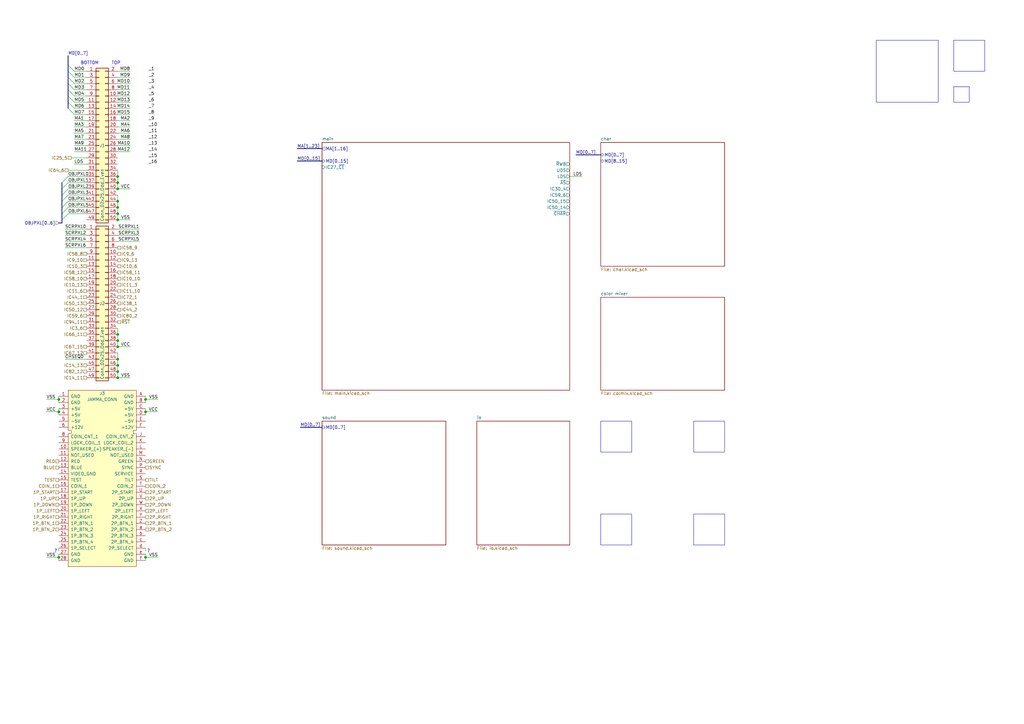
<source format=kicad_sch>
(kicad_sch (version 20231120) (generator "eeschema") (generator_version "8.0")
  (paper "A3")
  (lib_symbols
    (symbol "Connector_Generic:Conn_02x25_Odd_Even" (pin_names (offset 1.016) hide)
      (property "Reference" "J" (at 1.27 33.02 0))
      (property "Value" "Conn_02x25_Odd_Even" (at 1.27 -33.02 0))
      (symbol "Conn_02x25_Odd_Even_1_1"
        (rectangle (start -1.27 -30.353) (end 0 -30.607) (stroke (width 0.1524)))
        (rectangle (start -1.27 -27.813) (end 0 -28.067) (stroke (width 0.1524)))
        (rectangle (start -1.27 -25.273) (end 0 -25.527) (stroke (width 0.1524)))
        (rectangle (start -1.27 -22.733) (end 0 -22.987) (stroke (width 0.1524)))
        (rectangle (start -1.27 -20.193) (end 0 -20.447) (stroke (width 0.1524)))
        (rectangle (start -1.27 -17.653) (end 0 -17.907) (stroke (width 0.1524)))
        (rectangle (start -1.27 -15.113) (end 0 -15.367) (stroke (width 0.1524)))
        (rectangle (start -1.27 -12.573) (end 0 -12.827) (stroke (width 0.1524)))
        (rectangle (start -1.27 -10.033) (end 0 -10.287) (stroke (width 0.1524)))
        (rectangle (start -1.27 -7.493) (end 0 -7.747) (stroke (width 0.1524)))
        (rectangle (start -1.27 -4.953) (end 0 -5.207) (stroke (width 0.1524)))
        (rectangle (start -1.27 -2.413) (end 0 -2.667) (stroke (width 0.1524)))
        (rectangle (start -1.27 0.127) (end 0 -0.127) (stroke (width 0.1524)))
        (rectangle (start -1.27 2.667) (end 0 2.413) (stroke (width 0.1524)))
        (rectangle (start -1.27 5.207) (end 0 4.953) (stroke (width 0.1524)))
        (rectangle (start -1.27 7.747) (end 0 7.493) (stroke (width 0.1524)))
        (rectangle (start -1.27 10.287) (end 0 10.033) (stroke (width 0.1524)))
        (rectangle (start -1.27 12.827) (end 0 12.573) (stroke (width 0.1524)))
        (rectangle (start -1.27 15.367) (end 0 15.113) (stroke (width 0.1524)))
        (rectangle (start -1.27 17.907) (end 0 17.653) (stroke (width 0.1524)))
        (rectangle (start -1.27 20.447) (end 0 20.193) (stroke (width 0.1524)))
        (rectangle (start -1.27 22.987) (end 0 22.733) (stroke (width 0.1524)))
        (rectangle (start -1.27 25.527) (end 0 25.273) (stroke (width 0.1524)))
        (rectangle (start -1.27 28.067) (end 0 27.813) (stroke (width 0.1524)))
        (rectangle (start -1.27 30.607) (end 0 30.353) (stroke (width 0.1524)))
        (rectangle (start -1.27 31.75) (end 3.81 -31.75) (stroke (width 0.254)) (fill (type background)))
        (rectangle (start 3.81 -30.353) (end 2.54 -30.607) (stroke (width 0.1524)))
        (rectangle (start 3.81 -27.813) (end 2.54 -28.067) (stroke (width 0.1524)))
        (rectangle (start 3.81 -25.273) (end 2.54 -25.527) (stroke (width 0.1524)))
        (rectangle (start 3.81 -22.733) (end 2.54 -22.987) (stroke (width 0.1524)))
        (rectangle (start 3.81 -20.193) (end 2.54 -20.447) (stroke (width 0.1524)))
        (rectangle (start 3.81 -17.653) (end 2.54 -17.907) (stroke (width 0.1524)))
        (rectangle (start 3.81 -15.113) (end 2.54 -15.367) (stroke (width 0.1524)))
        (rectangle (start 3.81 -12.573) (end 2.54 -12.827) (stroke (width 0.1524)))
        (rectangle (start 3.81 -10.033) (end 2.54 -10.287) (stroke (width 0.1524)))
        (rectangle (start 3.81 -7.493) (end 2.54 -7.747) (stroke (width 0.1524)))
        (rectangle (start 3.81 -4.953) (end 2.54 -5.207) (stroke (width 0.1524)))
        (rectangle (start 3.81 -2.413) (end 2.54 -2.667) (stroke (width 0.1524)))
        (rectangle (start 3.81 0.127) (end 2.54 -0.127) (stroke (width 0.1524)))
        (rectangle (start 3.81 2.667) (end 2.54 2.413) (stroke (width 0.1524)))
        (rectangle (start 3.81 5.207) (end 2.54 4.953) (stroke (width 0.1524)))
        (rectangle (start 3.81 7.747) (end 2.54 7.493) (stroke (width 0.1524)))
        (rectangle (start 3.81 10.287) (end 2.54 10.033) (stroke (width 0.1524)))
        (rectangle (start 3.81 12.827) (end 2.54 12.573) (stroke (width 0.1524)))
        (rectangle (start 3.81 15.367) (end 2.54 15.113) (stroke (width 0.1524)))
        (rectangle (start 3.81 17.907) (end 2.54 17.653) (stroke (width 0.1524)))
        (rectangle (start 3.81 20.447) (end 2.54 20.193) (stroke (width 0.1524)))
        (rectangle (start 3.81 22.987) (end 2.54 22.733) (stroke (width 0.1524)))
        (rectangle (start 3.81 25.527) (end 2.54 25.273) (stroke (width 0.1524)))
        (rectangle (start 3.81 28.067) (end 2.54 27.813) (stroke (width 0.1524)))
        (rectangle (start 3.81 30.607) (end 2.54 30.353) (stroke (width 0.1524)))
        (pin passive line (at -5.08 30.48 0) (length 3.81) (name "Pin_1") (number "1"))
        (pin passive line (at 7.62 20.32 180) (length 3.81) (name "Pin_10") (number "10"))
        (pin passive line (at -5.08 17.78 0) (length 3.81) (name "Pin_11") (number "11"))
        (pin passive line (at 7.62 17.78 180) (length 3.81) (name "Pin_12") (number "12"))
        (pin passive line (at -5.08 15.24 0) (length 3.81) (name "Pin_13") (number "13"))
        (pin passive line (at 7.62 15.24 180) (length 3.81) (name "Pin_14") (number "14"))
        (pin passive line (at -5.08 12.7 0) (length 3.81) (name "Pin_15") (number "15"))
        (pin passive line (at 7.62 12.7 180) (length 3.81) (name "Pin_16") (number "16"))
        (pin passive line (at -5.08 10.16 0) (length 3.81) (name "Pin_17") (number "17"))
        (pin passive line (at 7.62 10.16 180) (length 3.81) (name "Pin_18") (number "18"))
        (pin passive line (at -5.08 7.62 0) (length 3.81) (name "Pin_19") (number "19"))
        (pin passive line (at 7.62 30.48 180) (length 3.81) (name "Pin_2") (number "2"))
        (pin passive line (at 7.62 7.62 180) (length 3.81) (name "Pin_20") (number "20"))
        (pin passive line (at -5.08 5.08 0) (length 3.81) (name "Pin_21") (number "21"))
        (pin passive line (at 7.62 5.08 180) (length 3.81) (name "Pin_22") (number "22"))
        (pin passive line (at -5.08 2.54 0) (length 3.81) (name "Pin_23") (number "23"))
        (pin passive line (at 7.62 2.54 180) (length 3.81) (name "Pin_24") (number "24"))
        (pin passive line (at -5.08 0 0) (length 3.81) (name "Pin_25") (number "25"))
        (pin passive line (at 7.62 0 180) (length 3.81) (name "Pin_26") (number "26"))
        (pin passive line (at -5.08 -2.54 0) (length 3.81) (name "Pin_27") (number "27"))
        (pin passive line (at 7.62 -2.54 180) (length 3.81) (name "Pin_28") (number "28"))
        (pin passive line (at -5.08 -5.08 0) (length 3.81) (name "Pin_29") (number "29"))
        (pin passive line (at -5.08 27.94 0) (length 3.81) (name "Pin_3") (number "3"))
        (pin passive line (at 7.62 -5.08 180) (length 3.81) (name "Pin_30") (number "30"))
        (pin passive line (at -5.08 -7.62 0) (length 3.81) (name "Pin_31") (number "31"))
        (pin passive line (at 7.62 -7.62 180) (length 3.81) (name "Pin_32") (number "32"))
        (pin passive line (at -5.08 -10.16 0) (length 3.81) (name "Pin_33") (number "33"))
        (pin passive line (at 7.62 -10.16 180) (length 3.81) (name "Pin_34") (number "34"))
        (pin passive line (at -5.08 -12.7 0) (length 3.81) (name "Pin_35") (number "35"))
        (pin passive line (at 7.62 -12.7 180) (length 3.81) (name "Pin_36") (number "36"))
        (pin passive line (at -5.08 -15.24 0) (length 3.81) (name "Pin_37") (number "37"))
        (pin passive line (at 7.62 -15.24 180) (length 3.81) (name "Pin_38") (number "38"))
        (pin passive line (at -5.08 -17.78 0) (length 3.81) (name "Pin_39") (number "39"))
        (pin passive line (at 7.62 27.94 180) (length 3.81) (name "Pin_4") (number "4"))
        (pin passive line (at 7.62 -17.78 180) (length 3.81) (name "Pin_40") (number "40"))
        (pin passive line (at -5.08 -20.32 0) (length 3.81) (name "Pin_41") (number "41"))
        (pin passive line (at 7.62 -20.32 180) (length 3.81) (name "Pin_42") (number "42"))
        (pin passive line (at -5.08 -22.86 0) (length 3.81) (name "Pin_43") (number "43"))
        (pin passive line (at 7.62 -22.86 180) (length 3.81) (name "Pin_44") (number "44"))
        (pin passive line (at -5.08 -25.4 0) (length 3.81) (name "Pin_45") (number "45"))
        (pin passive line (at 7.62 -25.4 180) (length 3.81) (name "Pin_46") (number "46"))
        (pin passive line (at -5.08 -27.94 0) (length 3.81) (name "Pin_47") (number "47"))
        (pin passive line (at 7.62 -27.94 180) (length 3.81) (name "Pin_48") (number "48"))
        (pin passive line (at -5.08 -30.48 0) (length 3.81) (name "Pin_49") (number "49"))
        (pin passive line (at -5.08 25.4 0) (length 3.81) (name "Pin_5") (number "5"))
        (pin passive line (at 7.62 -30.48 180) (length 3.81) (name "Pin_50") (number "50"))
        (pin passive line (at 7.62 25.4 180) (length 3.81) (name "Pin_6") (number "6"))
        (pin passive line (at -5.08 22.86 0) (length 3.81) (name "Pin_7") (number "7"))
        (pin passive line (at 7.62 22.86 180) (length 3.81) (name "Pin_8") (number "8"))
        (pin passive line (at -5.08 20.32 0) (length 3.81) (name "Pin_9") (number "9"))
      )
    )
    (symbol "arcade:JAMMA_CONN" (pin_names (offset 1.016))
      (property "Value" "JAMMA_CONN" (at 13.97 1.27 0))
      (symbol "JAMMA_CONN_0_1"
        (polyline (pts (xy 0 0) (xy 0 -16.51) (xy 1.27 -16.51) (xy 1.27 -17.78) (xy 0 -17.78) (xy 0 -72.39) (xy 27.94 -72.39) (xy 27.94 -17.78) (xy 26.67 -17.78) (xy 26.67 -16.51) (xy 27.94 -16.51) (xy 27.94 0) (xy 0 0)) (fill (type background)))
      )
      (symbol "JAMMA_CONN_1_1"
        (pin passive line (at -3.81 -2.54 0) (length 3.81) (name "GND") (number "1"))
        (pin input line (at -3.81 -24.13 0) (length 3.81) (name "SPEAKER_(+)") (number "10"))
        (pin unspecified line (at -3.81 -26.67 0) (length 3.81) (name "NOT_USED") (number "11"))
        (pin input line (at -3.81 -29.21 0) (length 3.81) (name "RED") (number "12"))
        (pin input line (at -3.81 -31.75 0) (length 3.81) (name "BLUE") (number "13"))
        (pin passive line (at -3.81 -34.29 0) (length 3.81) (name "VIDEO_GND") (number "14"))
        (pin input line (at -3.81 -36.83 0) (length 3.81) (name "TEST") (number "15"))
        (pin input line (at -3.81 -39.37 0) (length 3.81) (name "COIN_1") (number "16"))
        (pin input line (at -3.81 -41.91 0) (length 3.81) (name "1P_START") (number "17"))
        (pin input line (at -3.81 -44.45 0) (length 3.81) (name "1P_UP") (number "18"))
        (pin input line (at -3.81 -46.99 0) (length 3.81) (name "1P_DOWN") (number "19"))
        (pin passive line (at -3.81 -5.08 0) (length 3.81) (name "GND") (number "2"))
        (pin input line (at -3.81 -49.53 0) (length 3.81) (name "1P_LEFT") (number "20"))
        (pin input line (at -3.81 -52.07 0) (length 3.81) (name "1P_RIGHT") (number "21"))
        (pin input line (at -3.81 -54.61 0) (length 3.81) (name "1P_BTN_1") (number "22"))
        (pin input line (at -3.81 -57.15 0) (length 3.81) (name "1P_BTN_2") (number "23"))
        (pin input line (at -3.81 -59.69 0) (length 3.81) (name "1P_BTN_3") (number "24"))
        (pin input line (at -3.81 -62.23 0) (length 3.81) (name "1P_BTN_4") (number "25"))
        (pin input line (at -3.81 -64.77 0) (length 3.81) (name "1P_SELECT") (number "26"))
        (pin passive line (at -3.81 -67.31 0) (length 3.81) (name "GND") (number "27"))
        (pin passive line (at -3.81 -69.85 0) (length 3.81) (name "GND") (number "28"))
        (pin passive line (at -3.81 -7.62 0) (length 3.81) (name "+5V") (number "3"))
        (pin passive line (at -3.81 -10.16 0) (length 3.81) (name "+5V") (number "4"))
        (pin passive line (at -3.81 -12.7 0) (length 3.81) (name "-5V") (number "5"))
        (pin passive line (at -3.81 -15.24 0) (length 3.81) (name "+12V") (number "6"))
        (pin passive line (at -3.81 -19.05 0) (length 3.81) (name "COIN_CNT_1") (number "8"))
        (pin input line (at -3.81 -21.59 0) (length 3.81) (name "LOCK_COIL_1") (number "9"))
        (pin passive line (at 31.75 -2.54 180) (length 3.81) (name "GND") (number "A"))
        (pin passive line (at 31.75 -5.08 180) (length 3.81) (name "GND") (number "B"))
        (pin passive line (at 31.75 -7.62 180) (length 3.81) (name "+5V") (number "C"))
        (pin passive line (at 31.75 -10.16 180) (length 3.81) (name "+5V") (number "D"))
        (pin passive line (at 31.75 -12.7 180) (length 3.81) (name "-5V") (number "E"))
        (pin passive line (at 31.75 -15.24 180) (length 3.81) (name "+12V") (number "F"))
        (pin passive line (at 31.75 -19.05 180) (length 3.81) (name "COIN_CNT_2") (number "J"))
        (pin input line (at 31.75 -21.59 180) (length 3.81) (name "LOCK_COIL_2") (number "K"))
        (pin input line (at 31.75 -24.13 180) (length 3.81) (name "SPEAKER_(-)") (number "L"))
        (pin unspecified line (at 31.75 -26.67 180) (length 3.81) (name "NOT_USED") (number "M"))
        (pin input line (at 31.75 -29.21 180) (length 3.81) (name "GREEN") (number "N"))
        (pin input line (at 31.75 -31.75 180) (length 3.81) (name "SYNC") (number "P"))
        (pin input line (at 31.75 -34.29 180) (length 3.81) (name "SERVICE") (number "R"))
        (pin input line (at 31.75 -36.83 180) (length 3.81) (name "TILT") (number "S"))
        (pin input line (at 31.75 -39.37 180) (length 3.81) (name "COIN_2") (number "T"))
        (pin input line (at 31.75 -41.91 180) (length 3.81) (name "2P_START") (number "U"))
        (pin input line (at 31.75 -44.45 180) (length 3.81) (name "2P_UP") (number "V"))
        (pin input line (at 31.75 -46.99 180) (length 3.81) (name "2P_DOWN") (number "W"))
        (pin input line (at 31.75 -49.53 180) (length 3.81) (name "2P_LEFT") (number "X"))
        (pin input line (at 31.75 -52.07 180) (length 3.81) (name "2P_RIGHT") (number "Y"))
        (pin input line (at 31.75 -54.61 180) (length 3.81) (name "2P_BTN_1") (number "Z"))
        (pin input line (at 31.75 -57.15 180) (length 3.81) (name "2P_BTN_2") (number "a"))
        (pin input line (at 31.75 -59.69 180) (length 3.81) (name "2P_BTN_3") (number "b"))
        (pin input line (at 31.75 -62.23 180) (length 3.81) (name "2P_BTN_4") (number "c"))
        (pin input line (at 31.75 -64.77 180) (length 3.81) (name "2P_SELECT") (number "d"))
        (pin passive line (at 31.75 -67.31 180) (length 3.81) (name "GND") (number "e"))
        (pin passive line (at 31.75 -69.85 180) (length 3.81) (name "GND") (number "f"))
      )
    )
  )
  (junction (at 48.26 142.24))
  (junction (at 48.26 85.09))
  (junction (at 59.69 168.91))
  (junction (at 48.26 82.55))
  (junction (at 48.26 74.93))
  (junction (at 48.26 137.16))
  (junction (at 48.26 72.39))
  (junction (at 24.13 168.91))
  (junction (at 48.26 139.7))
  (junction (at 24.13 163.83))
  (junction (at 48.26 147.32))
  (junction (at 48.26 90.17))
  (junction (at 24.13 228.6))
  (junction (at 48.26 149.86))
  (junction (at 48.26 152.4))
  (junction (at 48.26 77.47))
  (junction (at 48.26 87.63))
  (junction (at 59.69 163.83))
  (junction (at 48.26 154.94))
  (junction (at 59.69 228.6))
  (bus_entry (at 27.94 29.21) (size 2.54 2.54))
  (bus_entry (at 27.94 72.39) (size -2.54 2.54))
  (bus_entry (at 27.94 74.93) (size -2.54 2.54))
  (bus_entry (at 27.94 34.29) (size 2.54 2.54))
  (bus_entry (at 27.94 39.37) (size 2.54 2.54))
  (bus_entry (at 27.94 31.75) (size 2.54 2.54))
  (bus_entry (at 27.94 41.91) (size 2.54 2.54))
  (bus_entry (at 27.94 80.01) (size -2.54 2.54))
  (bus_entry (at 27.94 82.55) (size -2.54 2.54))
  (bus_entry (at 27.94 44.45) (size 2.54 2.54))
  (bus_entry (at 27.94 26.67) (size 2.54 2.54))
  (bus_entry (at 27.94 77.47) (size -2.54 2.54))
  (bus_entry (at 27.94 36.83) (size 2.54 2.54))
  (bus_entry (at 27.94 87.63) (size -2.54 2.54))
  (bus_entry (at 27.94 85.09) (size -2.54 2.54))
  (wire (pts (xy 30.48 57.15) (xy 35.56 57.15)))
  (bus (pts (xy 121.92 66.04) (xy 132.08 66.04)))
  (wire (pts (xy 57.15 93.98) (xy 48.26 93.98)))
  (wire (pts (xy 48.26 62.23) (xy 53.34 62.23)))
  (wire (pts (xy 48.26 41.91) (xy 53.34 41.91)))
  (wire (pts (xy 48.26 149.86) (xy 48.26 152.4)))
  (wire (pts (xy 48.26 69.85) (xy 48.26 72.39)))
  (wire (pts (xy 48.26 147.32) (xy 48.26 149.86)))
  (wire (pts (xy 48.26 77.47) (xy 48.26 74.93)))
  (wire (pts (xy 26.67 96.52) (xy 35.56 96.52)))
  (wire (pts (xy 24.13 228.6) (xy 19.05 228.6)))
  (wire (pts (xy 48.26 87.63) (xy 48.26 85.09)))
  (bus (pts (xy 27.94 26.67) (xy 27.94 29.21)))
  (wire (pts (xy 48.26 49.53) (xy 53.34 49.53)))
  (wire (pts (xy 30.48 59.69) (xy 35.56 59.69)))
  (bus (pts (xy 27.94 22.86) (xy 27.94 26.67)))
  (bus (pts (xy 25.4 82.55) (xy 25.4 85.09)))
  (wire (pts (xy 59.69 228.6) (xy 64.77 228.6)))
  (wire (pts (xy 59.69 228.6) (xy 59.69 227.33)))
  (wire (pts (xy 24.13 227.33) (xy 24.13 228.6)))
  (wire (pts (xy 48.26 142.24) (xy 53.34 142.24)))
  (wire (pts (xy 48.26 31.75) (xy 53.34 31.75)))
  (wire (pts (xy 48.26 82.55) (xy 48.26 85.09)))
  (wire (pts (xy 48.26 152.4) (xy 48.26 154.94)))
  (wire (pts (xy 24.13 162.56) (xy 24.13 163.83)))
  (wire (pts (xy 59.69 167.64) (xy 59.69 168.91)))
  (wire (pts (xy 24.13 163.83) (xy 19.05 163.83)))
  (wire (pts (xy 48.26 54.61) (xy 53.34 54.61)))
  (wire (pts (xy 35.56 41.91) (xy 30.48 41.91)))
  (wire (pts (xy 35.56 44.45) (xy 30.48 44.45)))
  (wire (pts (xy 35.56 29.21) (xy 30.48 29.21)))
  (bus (pts (xy 25.4 74.93) (xy 25.4 77.47)))
  (wire (pts (xy 48.26 139.7) (xy 48.26 142.24)))
  (wire (pts (xy 48.26 77.47) (xy 53.34 77.47)))
  (wire (pts (xy 24.13 168.91) (xy 24.13 170.18)))
  (wire (pts (xy 48.26 57.15) (xy 53.34 57.15)))
  (wire (pts (xy 59.69 163.83) (xy 59.69 165.1)))
  (bus (pts (xy 27.94 39.37) (xy 27.94 41.91)))
  (bus (pts (xy 27.94 41.91) (xy 27.94 44.45)))
  (wire (pts (xy 57.15 96.52) (xy 48.26 96.52)))
  (bus (pts (xy 27.94 29.21) (xy 27.94 31.75)))
  (wire (pts (xy 27.94 85.09) (xy 35.56 85.09)))
  (wire (pts (xy 48.26 144.78) (xy 48.26 147.32)))
  (wire (pts (xy 48.26 52.07) (xy 53.34 52.07)))
  (wire (pts (xy 27.94 72.39) (xy 35.56 72.39)))
  (wire (pts (xy 24.13 228.6) (xy 24.13 229.87)))
  (wire (pts (xy 57.15 99.06) (xy 48.26 99.06)))
  (bus (pts (xy 27.94 36.83) (xy 27.94 39.37)))
  (bus (pts (xy 25.4 90.17) (xy 25.4 91.44)))
  (wire (pts (xy 59.69 168.91) (xy 59.69 170.18)))
  (wire (pts (xy 30.48 67.31) (xy 35.56 67.31)))
  (wire (pts (xy 59.69 224.79) (xy 59.69 226.06)))
  (wire (pts (xy 35.56 36.83) (xy 30.48 36.83)))
  (wire (pts (xy 30.48 54.61) (xy 35.56 54.61)))
  (wire (pts (xy 24.13 167.64) (xy 24.13 168.91)))
  (wire (pts (xy 35.56 31.75) (xy 30.48 31.75)))
  (wire (pts (xy 30.48 49.53) (xy 35.56 49.53)))
  (wire (pts (xy 48.26 34.29) (xy 53.34 34.29)))
  (wire (pts (xy 48.26 90.17) (xy 53.34 90.17)))
  (wire (pts (xy 59.69 229.87) (xy 59.69 228.6)))
  (wire (pts (xy 48.26 134.62) (xy 48.26 137.16)))
  (wire (pts (xy 48.26 36.83) (xy 53.34 36.83)))
  (wire (pts (xy 48.26 46.99) (xy 53.34 46.99)))
  (wire (pts (xy 29.21 64.77) (xy 35.56 64.77)))
  (wire (pts (xy 59.69 163.83) (xy 64.77 163.83)))
  (wire (pts (xy 27.94 69.85) (xy 35.56 69.85)))
  (bus (pts (xy 24.13 91.44) (xy 25.4 91.44)))
  (wire (pts (xy 233.68 72.39) (xy 238.76 72.39)))
  (bus (pts (xy 25.4 87.63) (xy 25.4 90.17)))
  (bus (pts (xy 25.4 80.01) (xy 25.4 82.55)))
  (bus (pts (xy 27.94 31.75) (xy 27.94 34.29)))
  (bus (pts (xy 236.22 63.5) (xy 246.38 63.5)))
  (wire (pts (xy 35.56 34.29) (xy 30.48 34.29)))
  (wire (pts (xy 26.67 101.6) (xy 35.56 101.6)))
  (wire (pts (xy 48.26 39.37) (xy 53.34 39.37)))
  (wire (pts (xy 48.26 137.16) (xy 48.26 139.7)))
  (wire (pts (xy 59.69 162.56) (xy 59.69 163.83)))
  (wire (pts (xy 48.26 29.21) (xy 53.34 29.21)))
  (bus (pts (xy 27.94 34.29) (xy 27.94 36.83)))
  (bus (pts (xy 121.92 60.96) (xy 132.08 60.96)))
  (wire (pts (xy 24.13 224.79) (xy 24.13 226.06)))
  (wire (pts (xy 24.13 163.83) (xy 24.13 165.1)))
  (wire (pts (xy 48.26 44.45) (xy 53.34 44.45)))
  (wire (pts (xy 35.56 46.99) (xy 30.48 46.99)))
  (wire (pts (xy 27.94 74.93) (xy 35.56 74.93)))
  (bus (pts (xy 123.19 175.26) (xy 132.08 175.26)))
  (wire (pts (xy 35.56 39.37) (xy 30.48 39.37)))
  (wire (pts (xy 27.94 77.47) (xy 35.56 77.47)))
  (bus (pts (xy 25.4 85.09) (xy 25.4 87.63)))
  (wire (pts (xy 27.94 80.01) (xy 35.56 80.01)))
  (wire (pts (xy 27.94 82.55) (xy 35.56 82.55)))
  (wire (pts (xy 26.67 93.98) (xy 35.56 93.98)))
  (wire (pts (xy 27.94 87.63) (xy 35.56 87.63)))
  (wire (pts (xy 24.13 168.91) (xy 19.05 168.91)))
  (wire (pts (xy 35.56 62.23) (xy 30.48 62.23)))
  (wire (pts (xy 48.26 154.94) (xy 53.34 154.94)))
  (wire (pts (xy 48.26 80.01) (xy 48.26 82.55)))
  (wire (pts (xy 48.26 87.63) (xy 48.26 90.17)))
  (wire (pts (xy 48.26 59.69) (xy 53.34 59.69)))
  (bus (pts (xy 25.4 77.47) (xy 25.4 80.01)))
  (wire (pts (xy 59.69 168.91) (xy 64.77 168.91)))
  (wire (pts (xy 26.67 147.32) (xy 35.56 147.32)))
  (wire (pts (xy 26.67 99.06) (xy 35.56 99.06)))
  (wire (pts (xy 30.48 52.07) (xy 35.56 52.07)))
  (wire (pts (xy 48.26 72.39) (xy 48.26 74.93)))
  (rectangle (start 359.41 16.51) (end 384.81 41.91))
  (rectangle (start 391.16 35.56) (end 397.51 41.91))
  (rectangle (start 246.38 210.82) (end 259.08 223.52))
  (rectangle (start 391.16 16.51) (end 403.86 29.21))
  (rectangle (start 284.48 172.72) (end 297.18 185.42))
  (rectangle (start 284.48 210.82) (end 297.18 223.52))
  (rectangle (start 246.38 172.72) (end 259.08 185.42))
  (text "BOTTOM" (at 33.02 26.67 0) (effects (font (size 1.27 1.27)) (justify left bottom)))
  (text "?\n" (at 22.86 226.06 0) (effects (font (size 1.27 1.27))))
  (text "?\n" (at 60.96 226.06 0) (effects (font (size 1.27 1.27))))
  (text "TOP" (at 45.72 26.67 0) (effects (font (size 1.27 1.27)) (justify left bottom)))
  (label "MD12" (at 53.34 39.37 180))
  (label "MD6" (at 30.48 44.45 0))
  (label "LDS" (at 30.48 67.31 0))
  (label "MD14" (at 53.34 44.45 180))
  (label "VSS" (at 19.05 163.83 0))
  (label "_10" (at 60.96 52.07 0))
  (label "_3" (at 60.96 34.29 0))
  (label "_4" (at 60.96 36.83 0))
  (label "MA6" (at 53.34 54.61 180))
  (label "MA2" (at 53.34 49.53 180))
  (label "MD4" (at 30.48 39.37 0))
  (label "MD5" (at 30.48 41.91 0))
  (label "MD13" (at 53.34 41.91 180))
  (label "MA10" (at 53.34 59.69 180))
  (label "_14" (at 60.96 62.23 0))
  (label "MD[0..7]" (at 123.19 175.26 0))
  (label "MA3" (at 30.48 52.07 0))
  (label "MD8" (at 53.34 29.21 180))
  (label "OBJPXL1" (at 27.94 74.93 0))
  (label "OBJPXL4" (at 27.94 82.55 0))
  (label "_5" (at 60.96 39.37 0))
  (label "MA[1..23]" (at 121.92 60.96 0))
  (label "OBJPXL3" (at 27.94 80.01 0))
  (label "MA1" (at 30.48 49.53 0))
  (label "SCRPXL2" (at 26.67 96.52 0))
  (label "MD15" (at 53.34 46.99 180))
  (label "MD0" (at 30.48 29.21 0))
  (label "MD1" (at 30.48 31.75 0))
  (label "OBJPXL6" (at 27.94 87.63 0))
  (label "SCRPXL3" (at 57.15 96.52 180))
  (label "MD[0..15]" (at 121.92 66.04 0))
  (label "MD11" (at 53.34 36.83 180))
  (label "MA4" (at 53.34 52.07 180))
  (label "SCRPXL1" (at 57.15 93.98 180))
  (label "_7" (at 60.96 44.45 0))
  (label "VCC" (at 53.34 77.47 180))
  (label "OBJPXL5" (at 27.94 85.09 0))
  (label "_6" (at 60.96 41.91 0))
  (label "OBJPXL2" (at 27.94 77.47 0))
  (label "MA9" (at 30.48 59.69 0))
  (label "MD9" (at 53.34 31.75 180))
  (label "CHSEQ0" (at 26.67 147.32 0))
  (label "_11" (at 60.96 54.61 0))
  (label "MA12" (at 53.34 62.23 180))
  (label "_15" (at 60.96 64.77 0))
  (label "_16" (at 60.96 67.31 0))
  (label "VSS" (at 53.34 154.94 180))
  (label "LDS" (at 238.76 72.39 180))
  (label "MA7" (at 30.48 57.15 0))
  (label "MD10" (at 53.34 34.29 180))
  (label "_12" (at 60.96 57.15 0))
  (label "_1" (at 60.96 29.21 0))
  (label "VCC" (at 19.05 168.91 0))
  (label "_9" (at 60.96 49.53 0))
  (label "MD[0..7]" (at 27.94 22.86 0))
  (label "VSS" (at 19.05 228.6 0))
  (label "_13" (at 60.96 59.69 0))
  (label "VSS" (at 64.77 228.6 180))
  (label "MD[0..7]" (at 236.22 63.5 0))
  (label "SCRPXL5" (at 57.15 99.06 180))
  (label "_2" (at 60.96 31.75 0))
  (label "SCRPXL6" (at 26.67 101.6 0))
  (label "MA11" (at 30.48 62.23 0))
  (label "VCC" (at 53.34 142.24 180))
  (label "MA8" (at 53.34 57.15 180))
  (label "_8" (at 60.96 46.99 0))
  (label "MD2" (at 30.48 34.29 0))
  (label "VCC" (at 64.77 168.91 180))
  (label "SCRPXL4" (at 26.67 99.06 0))
  (label "SCRPXL0" (at 26.67 93.98 0))
  (label "MD3" (at 30.48 36.83 0))
  (label "VSS" (at 64.77 163.83 180))
  (label "MA5" (at 30.48 54.61 0))
  (label "OBJPXL0" (at 27.94 72.39 0))
  (label "VSS" (at 53.34 90.17 180))
  (label "MD7" (at 30.48 46.99 0))
  (hierarchical_label "2P_DOWN" (shape passive) (at 59.69 207.01 0))
  (hierarchical_label "2P_UP" (shape passive) (at 59.69 204.47 0))
  (hierarchical_label "IC67_15" (shape passive) (at 35.56 142.24 180))
  (hierarchical_label "COIN_2" (shape passive) (at 59.69 199.39 0))
  (hierarchical_label "IC67_12" (shape passive) (at 35.56 144.78 180))
  (hierarchical_label "IC14_11" (shape passive) (at 35.56 154.94 180))
  (hierarchical_label "IC9_6" (shape passive) (at 48.26 104.14 0))
  (hierarchical_label "IC9_13" (shape passive) (at 48.26 106.68 0))
  (hierarchical_label "GREEN" (shape passive) (at 59.69 189.23 0))
  (hierarchical_label "IC10_13" (shape passive) (at 35.56 116.84 180))
  (hierarchical_label "2P_LEFT" (shape passive) (at 59.69 209.55 0))
  (hierarchical_label "2P_RIGHT" (shape passive) (at 59.69 212.09 0))
  (hierarchical_label "IC9_10" (shape passive) (at 35.56 106.68 180))
  (hierarchical_label "IC58_9" (shape passive) (at 48.26 101.6 0))
  (hierarchical_label "TILT" (shape passive) (at 59.69 196.85 0))
  (hierarchical_label "IC58_11" (shape passive) (at 48.26 111.76 0))
  (hierarchical_label "IC10_10" (shape passive) (at 48.26 114.3 0))
  (hierarchical_label "1P_BTN_1" (shape passive) (at 24.13 214.63 180))
  (hierarchical_label "IC94_11" (shape passive) (at 35.56 132.08 180))
  (hierarchical_label "IC3_6" (shape passive) (at 35.56 134.62 180))
  (hierarchical_label "IC11_10" (shape passive) (at 48.26 119.38 0))
  (hierarchical_label "OBJPXL[0..6]" (shape input) (at 24.13 91.44 180))
  (hierarchical_label "~{RST}" (shape passive) (at 48.26 132.08 0))
  (hierarchical_label "1P_DOWN" (shape passive) (at 24.13 207.01 180))
  (hierarchical_label "IC25_5" (shape passive) (at 29.21 64.77 180))
  (hierarchical_label "IC50_12" (shape passive) (at 35.56 127 180))
  (hierarchical_label "IC10_6" (shape passive) (at 48.26 109.22 0))
  (hierarchical_label "RED" (shape passive) (at 24.13 189.23 180))
  (hierarchical_label "IC66_11" (shape passive) (at 35.56 137.16 180))
  (hierarchical_label "IC11_6" (shape passive) (at 35.56 119.38 180))
  (hierarchical_label "TEST" (shape passive) (at 24.13 196.85 180))
  (hierarchical_label "IC44_2" (shape passive) (at 48.26 127 0))
  (hierarchical_label "IC10_3" (shape passive) (at 35.56 109.22 180))
  (hierarchical_label "IC58_10" (shape passive) (at 35.56 114.3 180))
  (hierarchical_label "IC11_3" (shape passive) (at 48.26 116.84 0))
  (hierarchical_label "IC58_8" (shape passive) (at 35.56 104.14 180))
  (hierarchical_label "1P_START" (shape passive) (at 24.13 201.93 180))
  (hierarchical_label "IC82_12" (shape passive) (at 35.56 152.4 180))
  (hierarchical_label "IC59_6" (shape passive) (at 35.56 129.54 180))
  (hierarchical_label "BLUE" (shape passive) (at 24.13 191.77 180))
  (hierarchical_label "IC58_12" (shape passive) (at 35.56 111.76 180))
  (hierarchical_label "IC44_1" (shape passive) (at 35.56 121.92 180))
  (hierarchical_label "1P_LEFT" (shape passive) (at 24.13 209.55 180))
  (hierarchical_label "IC14_13" (shape passive) (at 35.56 149.86 180))
  (hierarchical_label "1P_BTN_2" (shape passive) (at 24.13 217.17 180))
  (hierarchical_label "2P_BTN_1" (shape passive) (at 59.69 214.63 0))
  (hierarchical_label "IC64_6" (shape passive) (at 27.94 69.85 180))
  (hierarchical_label "1P_UP" (shape passive) (at 24.13 204.47 180))
  (hierarchical_label "IC38_1" (shape passive) (at 48.26 124.46 0))
  (hierarchical_label "2P_BTN_2" (shape passive) (at 59.69 217.17 0))
  (hierarchical_label "IC50_13" (shape passive) (at 35.56 124.46 180))
  (hierarchical_label "IC80_2" (shape passive) (at 48.26 129.54 0))
  (hierarchical_label "SYNC" (shape passive) (at 59.69 191.77 0))
  (hierarchical_label "IC72_1" (shape passive) (at 48.26 121.92 0))
  (hierarchical_label "1P_RIGHT" (shape passive) (at 24.13 212.09 180))
  (hierarchical_label "2P_START" (shape passive) (at 59.69 201.93 0))
  (hierarchical_label "COIN_1" (shape passive) (at 24.13 199.39 180))
  (symbol (lib_id "Connector_Generic:Conn_02x25_Odd_Even") (at 40.64 59.69 0) (unit 1)
    (property "Reference" "J1" (at 41.91 59.69 0))
    (property "Value" "Conn_02x25_Odd_Even" (at 41.91 80.01 90))
  )
  (symbol (lib_id "arcade:JAMMA_CONN") (at 27.94 160.02 0) (unit 1)
    (property "Reference" "J3" (at 41.91 161.29 0))
    (property "Value" "JAMMA_CONN" (at 41.91 163.83 0))
    (property "Footprint" "skutis:JAMMA-56" (effects (hide yes)))
    (property "Description" "JAMMA Edge Connector" (effects (hide yes)))
  )
  (symbol (lib_id "Connector_Generic:Conn_02x25_Odd_Even") (at 40.64 124.46 0) (unit 1)
    (property "Reference" "J2" (at 41.91 124.46 0))
    (property "Value" "Conn_02x25_Odd_Even" (at 41.91 144.78 90))
  )
  (sheet (at 246.38 121.92) (size 50.8 38.1) (stroke (width 0.1524))
    (property "Sheetname" "color mixer" (at 246.38 121.2084 0) (effects (justify left bottom)))
    (property "Sheetfile" "colmix.kicad_sch" (at 246.38 160.6046 0) (effects (justify left top)))
  )
  (sheet (at 132.08 58.42) (size 101.6 101.6) (stroke (width 0.1524))
    (property "Sheetname" "main" (at 132.08 57.7084 0) (effects (justify left bottom)))
    (property "Sheetfile" "main.kicad_sch" (at 132.08 161.29 0) (effects (justify left)))
    (pin "MD[0..15]" bidirectional (at 132.08 66.04 180))
    (pin "MA[1..16]" output (at 132.08 60.96 180))
    (pin "IC27_~{CE}" input (at 132.08 68.58 180))
    (pin "UDS" output (at 233.68 69.85 0))
    (pin "LDS" output (at 233.68 72.39 0))
    (pin "~{R}WB" output (at 233.68 67.31 0))
    (pin "~{AS}" output (at 233.68 74.93 0))
    (pin "IC30_4" output (at 233.68 77.47 0))
    (pin "IC59_6" output (at 233.68 80.01 0))
    (pin "IC50_15" output (at 233.68 82.55 0))
    (pin "IC50_14" output (at 233.68 85.09 0))
    (pin "~{CHAR}" output (at 233.68 87.63 0))
  )
  (sheet (at 195.58 172.72) (size 38.1 50.8) (stroke (width 0.1524))
    (property "Sheetname" "io" (at 195.58 172.0084 0) (effects (justify left bottom)))
    (property "Sheetfile" "io.kicad_sch" (at 195.58 224.1046 0) (effects (justify left top)))
  )
  (sheet (at 132.08 172.72) (size 50.8 50.8) (stroke (width 0.1524))
    (property "Sheetname" "sound" (at 132.08 172.0084 0) (effects (justify left bottom)))
    (property "Sheetfile" "sound.kicad_sch" (at 132.08 224.1046 0) (effects (justify left top)))
    (pin "MD[0..7]" input (at 132.08 175.26 180))
  )
  (sheet (at 246.38 58.42) (size 50.8 50.8) (stroke (width 0.1524))
    (property "Sheetname" "char" (at 246.38 57.7084 0) (effects (justify left bottom)))
    (property "Sheetfile" "char.kicad_sch" (at 246.38 109.8046 0) (effects (justify left top)))
    (pin "MD[0..7]" bidirectional (at 246.38 63.5 180))
    (pin "MD[8..15]" bidirectional (at 246.38 66.04 180))
  )
)
</source>
